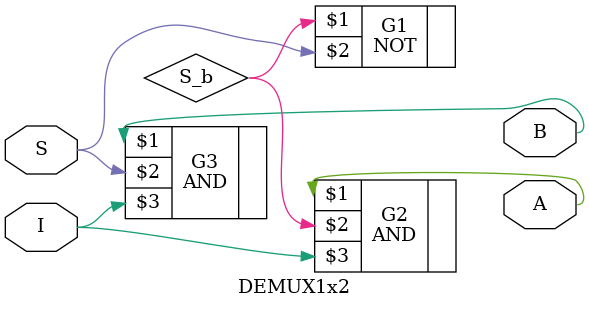
<source format=v>
module DEMUX1x2(A, B, I, S);
    output A, B;
    input I, S;
    wire S_b;

    NOT G1(S_b, S);
    AND G2(A, S_b, I);
    AND G3(B, S, I);

endmodule


</source>
